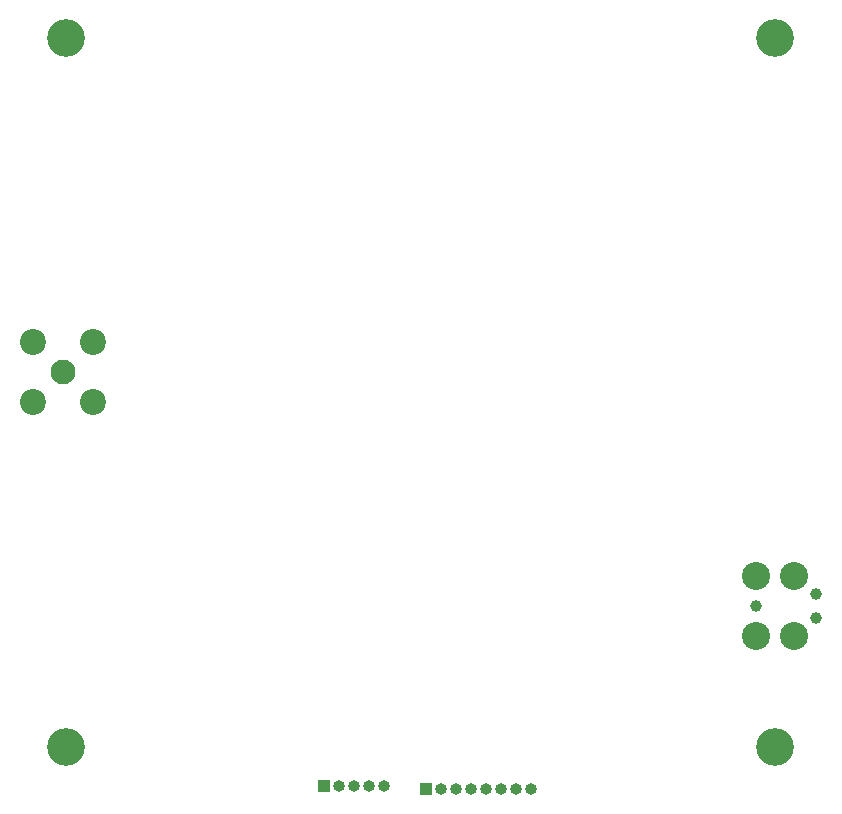
<source format=gbr>
%TF.GenerationSoftware,KiCad,Pcbnew,(6.0.7)*%
%TF.CreationDate,2023-02-12T17:06:42-05:00*%
%TF.ProjectId,GPS,4750532e-6b69-4636-9164-5f7063625858,rev?*%
%TF.SameCoordinates,Original*%
%TF.FileFunction,Soldermask,Bot*%
%TF.FilePolarity,Negative*%
%FSLAX46Y46*%
G04 Gerber Fmt 4.6, Leading zero omitted, Abs format (unit mm)*
G04 Created by KiCad (PCBNEW (6.0.7)) date 2023-02-12 17:06:42*
%MOMM*%
%LPD*%
G01*
G04 APERTURE LIST*
%ADD10C,3.200000*%
%ADD11R,1.000000X1.000000*%
%ADD12O,1.000000X1.000000*%
%ADD13C,2.200000*%
%ADD14C,2.100000*%
%ADD15C,2.374900*%
%ADD16C,0.990600*%
G04 APERTURE END LIST*
D10*
%TO.C,H3*%
X187500000Y-142500000D03*
%TD*%
%TO.C,H2*%
X127500000Y-142500000D03*
%TD*%
%TO.C,H1*%
X127500000Y-82500000D03*
%TD*%
%TO.C,H4*%
X187500000Y-82500000D03*
%TD*%
D11*
%TO.C,J103*%
X157988000Y-146050000D03*
D12*
X159258000Y-146050000D03*
X160528000Y-146050000D03*
X161798000Y-146050000D03*
X163068000Y-146050000D03*
X164338000Y-146050000D03*
X165608000Y-146050000D03*
X166878000Y-146050000D03*
%TD*%
D13*
%TO.C,U104*%
X124714000Y-113284000D03*
X124714000Y-108204000D03*
X129794000Y-108204000D03*
X129794000Y-113284000D03*
D14*
X127254000Y-110744000D03*
%TD*%
D15*
%TO.C,J104*%
X189103000Y-128016000D03*
D16*
X191008000Y-129540000D03*
X191008000Y-131572000D03*
X185928000Y-130556000D03*
D15*
X185928000Y-128016000D03*
X189103000Y-133096000D03*
X185928000Y-133096000D03*
%TD*%
D11*
%TO.C,J102*%
X149352000Y-145796000D03*
D12*
X150622000Y-145796000D03*
X151892000Y-145796000D03*
X153162000Y-145796000D03*
X154432000Y-145796000D03*
%TD*%
M02*

</source>
